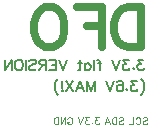
<source format=gbo>
G04 Layer: BottomSilkLayer*
G04 EasyEDA v6.4.7, 2021-01-18T10:53:27+01:00*
G04 ca9b9a0dce2c468c998d6246f507db70,8dc9eacff13444d6b60fd3cb587e6cd5,01*
G04 Gerber Generator version 0.2*
G04 Scale: 100 percent, Rotated: No, Reflected: No *
G04 Dimensions in inches *
G04 leading zeros omitted , absolute positions ,2 integer and 4 decimal *
%FSLAX24Y24*%
%MOIN*%
G90*
D02*

%ADD23C,0.004320*%
%ADD24C,0.027000*%
%ADD25C,0.007200*%

%LPD*%
G54D23*
G01X5739Y1359D02*
G01X5619Y1359D01*
G01X5685Y1272D01*
G01X5652Y1272D01*
G01X5630Y1261D01*
G01X5619Y1250D01*
G01X5608Y1218D01*
G01X5608Y1196D01*
G01X5619Y1163D01*
G01X5641Y1141D01*
G01X5674Y1130D01*
G01X5706Y1130D01*
G01X5739Y1141D01*
G01X5750Y1152D01*
G01X5761Y1174D01*
G01X5525Y1185D02*
G01X5536Y1174D01*
G01X5525Y1163D01*
G01X5514Y1174D01*
G01X5525Y1185D01*
G01X5421Y1359D02*
G01X5301Y1359D01*
G01X5366Y1272D01*
G01X5333Y1272D01*
G01X5312Y1261D01*
G01X5301Y1250D01*
G01X5290Y1218D01*
G01X5290Y1196D01*
G01X5301Y1163D01*
G01X5322Y1141D01*
G01X5355Y1130D01*
G01X5388Y1130D01*
G01X5421Y1141D01*
G01X5432Y1152D01*
G01X5442Y1174D01*
G01X5218Y1359D02*
G01X5130Y1130D01*
G01X5043Y1359D02*
G01X5130Y1130D01*
G01X6408Y1327D02*
G01X6430Y1349D01*
G01X6462Y1359D01*
G01X6506Y1359D01*
G01X6539Y1349D01*
G01X6561Y1327D01*
G01X6561Y1305D01*
G01X6550Y1283D01*
G01X6539Y1272D01*
G01X6517Y1261D01*
G01X6452Y1239D01*
G01X6430Y1229D01*
G01X6419Y1218D01*
G01X6408Y1196D01*
G01X6408Y1163D01*
G01X6430Y1141D01*
G01X6462Y1130D01*
G01X6506Y1130D01*
G01X6539Y1141D01*
G01X6561Y1163D01*
G01X6336Y1359D02*
G01X6336Y1130D01*
G01X6336Y1359D02*
G01X6260Y1359D01*
G01X6227Y1349D01*
G01X6205Y1327D01*
G01X6194Y1305D01*
G01X6183Y1272D01*
G01X6183Y1218D01*
G01X6194Y1185D01*
G01X6205Y1163D01*
G01X6227Y1141D01*
G01X6260Y1130D01*
G01X6336Y1130D01*
G01X6024Y1359D02*
G01X6111Y1130D01*
G01X6024Y1359D02*
G01X5937Y1130D01*
G01X6078Y1207D02*
G01X5969Y1207D01*
G01X7208Y1327D02*
G01X7230Y1349D01*
G01X7263Y1359D01*
G01X7307Y1359D01*
G01X7339Y1349D01*
G01X7361Y1327D01*
G01X7361Y1305D01*
G01X7350Y1283D01*
G01X7339Y1272D01*
G01X7318Y1261D01*
G01X7252Y1239D01*
G01X7230Y1229D01*
G01X7219Y1218D01*
G01X7208Y1196D01*
G01X7208Y1163D01*
G01X7230Y1141D01*
G01X7263Y1130D01*
G01X7307Y1130D01*
G01X7339Y1141D01*
G01X7361Y1163D01*
G01X6973Y1305D02*
G01X6984Y1327D01*
G01X7006Y1349D01*
G01X7027Y1359D01*
G01X7071Y1359D01*
G01X7093Y1349D01*
G01X7115Y1327D01*
G01X7126Y1305D01*
G01X7136Y1272D01*
G01X7136Y1218D01*
G01X7126Y1185D01*
G01X7115Y1163D01*
G01X7093Y1141D01*
G01X7071Y1130D01*
G01X7027Y1130D01*
G01X7006Y1141D01*
G01X6984Y1163D01*
G01X6973Y1185D01*
G01X6901Y1359D02*
G01X6901Y1130D01*
G01X6901Y1130D02*
G01X6770Y1130D01*
G54D24*
G01X7161Y5030D02*
G01X7161Y3693D01*
G01X7161Y5030D02*
G01X6715Y5030D01*
G01X6525Y4966D01*
G01X6397Y4839D01*
G01X6334Y4711D01*
G01X6270Y4520D01*
G01X6270Y4202D01*
G01X6334Y4011D01*
G01X6397Y3884D01*
G01X6525Y3757D01*
G01X6715Y3693D01*
G01X7161Y3693D01*
G01X5850Y5030D02*
G01X5850Y3693D01*
G01X5850Y5030D02*
G01X5023Y5030D01*
G01X5850Y4393D02*
G01X5341Y4393D01*
G01X4221Y5030D02*
G01X4348Y4966D01*
G01X4475Y4839D01*
G01X4539Y4711D01*
G01X4603Y4520D01*
G01X4603Y4202D01*
G01X4539Y4011D01*
G01X4475Y3884D01*
G01X4348Y3757D01*
G01X4221Y3693D01*
G01X3966Y3693D01*
G01X3839Y3757D01*
G01X3712Y3884D01*
G01X3648Y4011D01*
G01X3585Y4202D01*
G01X3585Y4520D01*
G01X3648Y4711D01*
G01X3712Y4839D01*
G01X3839Y4966D01*
G01X3966Y5030D01*
G01X4221Y5030D01*
G54D23*
G01X4698Y1305D02*
G01X4708Y1327D01*
G01X4730Y1349D01*
G01X4752Y1359D01*
G01X4796Y1359D01*
G01X4818Y1349D01*
G01X4839Y1327D01*
G01X4850Y1305D01*
G01X4861Y1272D01*
G01X4861Y1218D01*
G01X4850Y1185D01*
G01X4839Y1163D01*
G01X4818Y1141D01*
G01X4796Y1130D01*
G01X4752Y1130D01*
G01X4730Y1141D01*
G01X4708Y1163D01*
G01X4698Y1185D01*
G01X4698Y1218D01*
G01X4752Y1218D02*
G01X4698Y1218D01*
G01X4626Y1359D02*
G01X4626Y1130D01*
G01X4626Y1359D02*
G01X4473Y1130D01*
G01X4473Y1359D02*
G01X4473Y1130D01*
G01X4401Y1359D02*
G01X4401Y1130D01*
G01X4401Y1359D02*
G01X4324Y1359D01*
G01X4292Y1349D01*
G01X4270Y1327D01*
G01X4259Y1305D01*
G01X4248Y1272D01*
G01X4248Y1218D01*
G01X4259Y1185D01*
G01X4270Y1163D01*
G01X4292Y1141D01*
G01X4324Y1130D01*
G01X4401Y1130D01*
G54D25*
G01X7228Y3280D02*
G01X7048Y3280D01*
G01X7146Y3149D01*
G01X7097Y3149D01*
G01X7065Y3133D01*
G01X7048Y3116D01*
G01X7032Y3067D01*
G01X7032Y3035D01*
G01X7048Y2986D01*
G01X7081Y2953D01*
G01X7130Y2936D01*
G01X7179Y2936D01*
G01X7228Y2953D01*
G01X7245Y2969D01*
G01X7261Y3002D01*
G01X6907Y3018D02*
G01X6924Y3002D01*
G01X6907Y2986D01*
G01X6891Y3002D01*
G01X6907Y3018D01*
G01X6750Y3280D02*
G01X6570Y3280D01*
G01X6669Y3149D01*
G01X6619Y3149D01*
G01X6587Y3133D01*
G01X6570Y3116D01*
G01X6554Y3067D01*
G01X6554Y3035D01*
G01X6570Y2986D01*
G01X6603Y2953D01*
G01X6652Y2936D01*
G01X6701Y2936D01*
G01X6750Y2953D01*
G01X6767Y2969D01*
G01X6783Y3002D01*
G01X6446Y3280D02*
G01X6315Y2936D01*
G01X6184Y3280D02*
G01X6315Y2936D01*
G01X5693Y3280D02*
G01X5726Y3280D01*
G01X5759Y3264D01*
G01X5775Y3215D01*
G01X5775Y2936D01*
G01X5824Y3166D02*
G01X5710Y3166D01*
G01X5585Y3280D02*
G01X5585Y2936D01*
G01X5281Y3166D02*
G01X5281Y2936D01*
G01X5281Y3116D02*
G01X5314Y3149D01*
G01X5346Y3166D01*
G01X5395Y3166D01*
G01X5428Y3149D01*
G01X5461Y3116D01*
G01X5477Y3067D01*
G01X5477Y3035D01*
G01X5461Y2986D01*
G01X5428Y2953D01*
G01X5395Y2936D01*
G01X5346Y2936D01*
G01X5314Y2953D01*
G01X5281Y2986D01*
G01X5124Y3280D02*
G01X5124Y3002D01*
G01X5107Y2953D01*
G01X5075Y2936D01*
G01X5042Y2936D01*
G01X5173Y3166D02*
G01X5058Y3166D01*
G01X4682Y3280D02*
G01X4551Y2936D01*
G01X4420Y3280D02*
G01X4551Y2936D01*
G01X4312Y3280D02*
G01X4312Y2936D01*
G01X4312Y3280D02*
G01X4099Y3280D01*
G01X4312Y3116D02*
G01X4181Y3116D01*
G01X4312Y2936D02*
G01X4099Y2936D01*
G01X3991Y3280D02*
G01X3991Y2936D01*
G01X3991Y3280D02*
G01X3844Y3280D01*
G01X3795Y3264D01*
G01X3779Y3247D01*
G01X3762Y3215D01*
G01X3762Y3182D01*
G01X3779Y3149D01*
G01X3795Y3133D01*
G01X3844Y3116D01*
G01X3991Y3116D01*
G01X3877Y3116D02*
G01X3762Y2936D01*
G01X3425Y3231D02*
G01X3458Y3264D01*
G01X3507Y3280D01*
G01X3573Y3280D01*
G01X3622Y3264D01*
G01X3654Y3231D01*
G01X3654Y3198D01*
G01X3638Y3166D01*
G01X3622Y3149D01*
G01X3589Y3133D01*
G01X3491Y3100D01*
G01X3458Y3084D01*
G01X3442Y3067D01*
G01X3425Y3035D01*
G01X3425Y2986D01*
G01X3458Y2953D01*
G01X3507Y2936D01*
G01X3573Y2936D01*
G01X3622Y2953D01*
G01X3654Y2986D01*
G01X3317Y3280D02*
G01X3317Y2936D01*
G01X3111Y3280D02*
G01X3144Y3264D01*
G01X3177Y3231D01*
G01X3193Y3198D01*
G01X3209Y3149D01*
G01X3209Y3067D01*
G01X3193Y3018D01*
G01X3177Y2986D01*
G01X3144Y2953D01*
G01X3111Y2936D01*
G01X3046Y2936D01*
G01X3013Y2953D01*
G01X2980Y2986D01*
G01X2964Y3018D01*
G01X2947Y3067D01*
G01X2947Y3149D01*
G01X2964Y3198D01*
G01X2980Y3231D01*
G01X3013Y3264D01*
G01X3046Y3280D01*
G01X3111Y3280D01*
G01X2839Y3280D02*
G01X2839Y2936D01*
G01X2839Y3280D02*
G01X2610Y2936D01*
G01X2610Y3280D02*
G01X2610Y2936D01*
G01X7146Y2646D02*
G01X7179Y2613D01*
G01X7212Y2564D01*
G01X7245Y2498D01*
G01X7261Y2416D01*
G01X7261Y2351D01*
G01X7245Y2269D01*
G01X7212Y2204D01*
G01X7179Y2155D01*
G01X7146Y2122D01*
G01X7006Y2580D02*
G01X6826Y2580D01*
G01X6924Y2449D01*
G01X6875Y2449D01*
G01X6842Y2433D01*
G01X6826Y2416D01*
G01X6809Y2367D01*
G01X6809Y2335D01*
G01X6826Y2286D01*
G01X6858Y2253D01*
G01X6907Y2236D01*
G01X6957Y2236D01*
G01X7006Y2253D01*
G01X7022Y2269D01*
G01X7038Y2302D01*
G01X6685Y2318D02*
G01X6701Y2302D01*
G01X6685Y2286D01*
G01X6669Y2302D01*
G01X6685Y2318D01*
G01X6364Y2531D02*
G01X6381Y2564D01*
G01X6430Y2580D01*
G01X6462Y2580D01*
G01X6511Y2564D01*
G01X6544Y2515D01*
G01X6561Y2433D01*
G01X6561Y2351D01*
G01X6544Y2286D01*
G01X6511Y2253D01*
G01X6462Y2236D01*
G01X6446Y2236D01*
G01X6397Y2253D01*
G01X6364Y2286D01*
G01X6348Y2335D01*
G01X6348Y2351D01*
G01X6364Y2400D01*
G01X6397Y2433D01*
G01X6446Y2449D01*
G01X6462Y2449D01*
G01X6511Y2433D01*
G01X6544Y2400D01*
G01X6561Y2351D01*
G01X6240Y2580D02*
G01X6109Y2236D01*
G01X5978Y2580D02*
G01X6109Y2236D01*
G01X5618Y2580D02*
G01X5618Y2236D01*
G01X5618Y2580D02*
G01X5487Y2236D01*
G01X5356Y2580D02*
G01X5487Y2236D01*
G01X5356Y2580D02*
G01X5356Y2236D01*
G01X5117Y2580D02*
G01X5248Y2236D01*
G01X5117Y2580D02*
G01X4986Y2236D01*
G01X5199Y2351D02*
G01X5035Y2351D01*
G01X4878Y2580D02*
G01X4649Y2236D01*
G01X4649Y2580D02*
G01X4878Y2236D01*
G01X4525Y2580D02*
G01X4525Y2351D01*
G01X4525Y2269D02*
G01X4541Y2253D01*
G01X4525Y2236D01*
G01X4509Y2253D01*
G01X4525Y2269D01*
G01X4401Y2646D02*
G01X4368Y2613D01*
G01X4335Y2564D01*
G01X4302Y2498D01*
G01X4286Y2416D01*
G01X4286Y2351D01*
G01X4302Y2269D01*
G01X4335Y2204D01*
G01X4368Y2155D01*
G01X4401Y2122D01*
M00*
M02*

</source>
